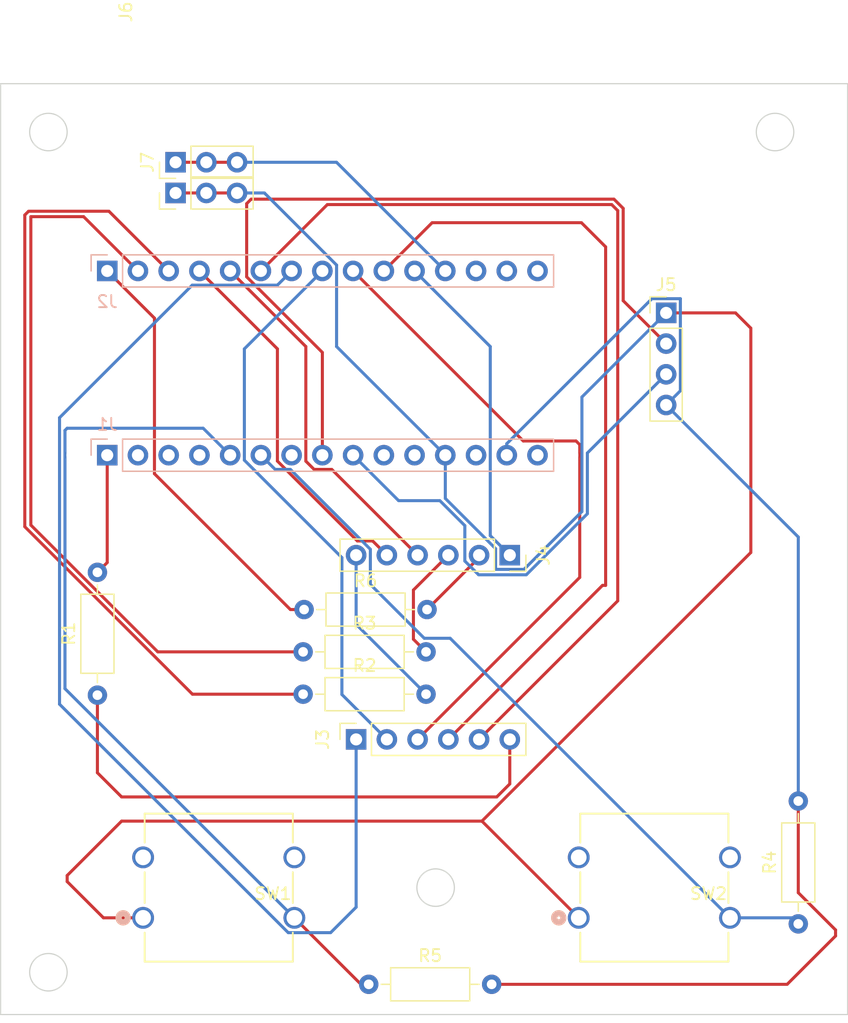
<source format=kicad_pcb>
(kicad_pcb (version 20240108) (generator "pcbnew") (generator_version "8.0")
  (title_block (date "sam. 04 avril 2015"))
  (layers (0 "F.Cu" signal) (31 "B.Cu" signal) (34 "B.Paste" user) (35 "F.Paste" user) (36 "B.SilkS" user "B.Silkscreen") (37 "F.SilkS" user "F.Silkscreen") (38 "B.Mask" user) (39 "F.Mask" user) (44 "Edge.Cuts" user))
  (net 0 "")
  (net 1 "GND")
  (net 2 "/~{RESET}")
  (net 3 "VCC")
  (net 4 "/*D9")
  (net 5 "/D8")
  (net 6 "/D7")
  (net 7 "/*D6")
  (net 8 "/*D5")
  (net 9 "/D4")
  (net 10 "+5V")
  (net 11 "/A3")
  (net 12 "/A2")
  (net 13 "/A1")
  (net 14 "/A0")
  (net 15 "/AREF")
  (net 16 "/D0{slash}RX")
  (net 17 "/D1{slash}TX")
  (net 18 "+3V3")
  (net 19 "/A7")
  (net 20 "/A6")
  (net 21 "/A5{slash}SCL")
  (net 22 "/A4{slash}SDA")
  (net 23 "/<NO NET>")
  (net 24 "/D2")
  (net 25 "/*D3")
  (net 26 "/*D10{slash}SS")
  (net 27 "/*D11{slash}MOSI")
  (net 28 "/D12{slash}MISO")
  (net 29 "Net-(J3-Pin_6)")
  (net 30 "Net-(J4-Pin_2)")
  (net 31 "Net-(J4-Pin_3)")
  (net 32 "Net-(J4-Pin_6)")
  (footprint "Resistor_THT:R_Axial_DIN0207_L6.3mm_D2.5mm_P10.16mm_Horizontal" (layer "F.Cu") (at 120.08 111.5)
    (property "Reference" "R6" (at 5.08 -2.37 0) (layer "F.SilkS"))
    (property "Value" "1K")
    (fp_line (start 1.04 0) (end 1.81 0) (stroke (width 0.12)) (layer "F.SilkS"))
    (fp_line (start 1.81 -1.37) (end 1.81 1.37) (stroke (width 0.12)) (layer "F.SilkS"))
    (fp_line (start 1.81 1.37) (end 8.35 1.37) (stroke (width 0.12)) (layer "F.SilkS"))
    (fp_line (start 8.35 -1.37) (end 1.81 -1.37) (stroke (width 0.12)) (layer "F.SilkS"))
    (fp_line (start 8.35 1.37) (end 8.35 -1.37) (stroke (width 0.12)) (layer "F.SilkS"))
    (fp_line (start 9.12 0) (end 8.35 0) (stroke (width 0.12)) (layer "F.SilkS"))
    (pad "1" thru_hole circle (at 0 0) (size 1.6 1.6) (drill 0.8) (layers "*.Cu" "*.Mask") (net 28 "/D12{slash}MISO"))
    (pad "2" thru_hole oval (at 10.16 0) (size 1.6 1.6) (drill 0.8) (layers "*.Cu" "*.Mask") (net 30 "Net-(J4-Pin_2)"))
  )
  (footprint "footprints:CLOCK BUTTON" (layer "F.Cu") (at 142.77625 137)
    (property "Reference" "SW2" (at 10.72375 -2 0) (layer "F.SilkS"))
    (property "Value" "TL1100F160Q6JBLK")
    (fp_circle (center -1.6494 0) (end -1.2684 0) (stroke (width 0.508)) (fill none) (layer "B.SilkS"))
    (fp_line (start 0.1286 -8.6214) (end 0.1286 -6.227723) (stroke (width 0.1524)) (layer "F.SilkS"))
    (fp_line (start 0.1286 -3.772277) (end 0.1286 -1.227723) (stroke (width 0.1524)) (layer "F.SilkS"))
    (fp_line (start 0.1286 1.227723) (end 0.1286 3.6214) (stroke (width 0.1524)) (layer "F.SilkS"))
    (fp_line (start 0.1286 3.6214) (end 12.3714 3.6214) (stroke (width 0.1524)) (layer "F.SilkS"))
    (fp_line (start 12.3714 -8.6214) (end 0.1286 -8.6214) (stroke (width 0.1524)) (layer "F.SilkS"))
    (fp_line (start 12.3714 -6.227723) (end 12.3714 -8.6214) (stroke (width 0.1524)) (layer "F.SilkS"))
    (fp_line (start 12.3714 -1.227723) (end 12.3714 -3.772277) (stroke (width 0.1524)) (layer "F.SilkS"))
    (fp_line (start 12.3714 3.6214) (end 12.3714 1.227723) (stroke (width 0.1524)) (layer "F.SilkS"))
    (fp_arc (start -1.385286 0.2746) (mid -2.0304 0) (end -1.385286 -0.2746) (stroke (width 0.508)) (layer "F.SilkS"))
    (pad "1" thru_hole circle (at 0 0) (size 1.8034 1.8034) (drill 1.2954) (layers "*.Cu" "*.Mask") (net 10 "+5V"))
    (pad "2" thru_hole circle (at 12.5 0) (size 1.8034 1.8034) (drill 1.2954) (layers "*.Cu" "*.Mask") (net 12 "/A2"))
    (pad "3" thru_hole circle (at 0 -5) (size 1.8034 1.8034) (drill 1.2954) (layers "*.Cu" "*.Mask"))
    (pad "4" thru_hole circle (at 12.5 -5) (size 1.8034 1.8034) (drill 1.2954) (layers "*.Cu" "*.Mask"))
  )
  (footprint "Connector_PinHeader_2.54mm:PinHeader_1x03_P2.54mm_Vertical" (layer "F.Cu") (at 109.46 74.5 90)
    (property "Reference" "J7" (at 0 -2.33 -90) (layer "F.SilkS"))
    (property "Value" "Conn_01x03_Pin")
    (fp_line (start -1.33 -1.33) (end 0 -1.33) (stroke (width 0.12)) (layer "F.SilkS"))
    (fp_line (start -1.33 0) (end -1.33 -1.33) (stroke (width 0.12)) (layer "F.SilkS"))
    (fp_line (start 1.33 1.27) (end 1.33 6.41) (stroke (width 0.12)) (layer "F.SilkS"))
    (fp_line (start -1.33 1.27) (end 1.33 1.27) (stroke (width 0.12)) (layer "F.SilkS"))
    (fp_line (start -1.33 1.27) (end -1.33 6.41) (stroke (width 0.12)) (layer "F.SilkS"))
    (fp_line (start -1.33 6.41) (end 1.33 6.41) (stroke (width 0.12)) (layer "F.SilkS"))
    (pad "1" thru_hole rect (at 0 0 90) (size 1.7 1.7) (drill 1) (layers "*.Cu" "*.Mask") (net 1 "GND"))
    (pad "2" thru_hole oval (at 0 2.54 90) (size 1.7 1.7) (drill 1) (layers "*.Cu" "*.Mask") (net 1 "GND"))
    (pad "3" thru_hole oval (at 0 5.08 90) (size 1.7 1.7) (drill 1) (layers "*.Cu" "*.Mask") (net 1 "GND"))
  )
  (footprint "Arduino_MountingHole:MountingHole_65mil" (layer "F.Cu") (at 101.27 83.49)
    (property "Reference" "MH2" (hide yes))
    (property "Value" "MountingHole_65mil" (hide yes))
    (pad "" np_thru_hole circle (at 0 0) (size 1.651 1.651) (drill 1.651) (layers "F&B.Cu" "*.Mask"))
  )
  (footprint "footprints:CLOCK BUTTON" (layer "F.Cu") (at 106.77625 137)
    (property "Reference" "SW1" (at 10.72375 -2 0) (layer "F.SilkS"))
    (property "Value" "TL1100F160Q6JBLK")
    (fp_circle (center -1.6494 0) (end -1.2684 0) (stroke (width 0.508)) (fill none) (layer "B.SilkS"))
    (fp_line (start 0.1286 -8.6214) (end 0.1286 -6.227723) (stroke (width 0.1524)) (layer "F.SilkS"))
    (fp_line (start 0.1286 -3.772277) (end 0.1286 -1.227723) (stroke (width 0.1524)) (layer "F.SilkS"))
    (fp_line (start 0.1286 1.227723) (end 0.1286 3.6214) (stroke (width 0.1524)) (layer "F.SilkS"))
    (fp_line (start 0.1286 3.6214) (end 12.3714 3.6214) (stroke (width 0.1524)) (layer "F.SilkS"))
    (fp_line (start 12.3714 -8.6214) (end 0.1286 -8.6214) (stroke (width 0.1524)) (layer "F.SilkS"))
    (fp_line (start 12.3714 -6.227723) (end 12.3714 -8.6214) (stroke (width 0.1524)) (layer "F.SilkS"))
    (fp_line (start 12.3714 -1.227723) (end 12.3714 -3.772277) (stroke (width 0.1524)) (layer "F.SilkS"))
    (fp_line (start 12.3714 3.6214) (end 12.3714 1.227723) (stroke (width 0.1524)) (layer "F.SilkS"))
    (fp_arc (start -1.385286 0.2746) (mid -2.0304 0) (end -1.385286 -0.2746) (stroke (width 0.508)) (layer "F.SilkS"))
    (pad "1" thru_hole circle (at 0 0) (size 1.8034 1.8034) (drill 1.2954) (layers "*.Cu" "*.Mask") (net 10 "+5V"))
    (pad "2" thru_hole circle (at 12.5 0) (size 1.8034 1.8034) (drill 1.2954) (layers "*.Cu" "*.Mask") (net 13 "/A1"))
    (pad "3" thru_hole circle (at 0 -5) (size 1.8034 1.8034) (drill 1.2954) (layers "*.Cu" "*.Mask"))
    (pad "4" thru_hole circle (at 12.5 -5) (size 1.8034 1.8034) (drill 1.2954) (layers "*.Cu" "*.Mask"))
  )
  (footprint "Resistor_THT:R_Axial_DIN0207_L6.3mm_D2.5mm_P10.16mm_Horizontal" (layer "F.Cu") (at 120 118.5)
    (property "Reference" "R2" (at 5.08 -2.37 0) (layer "F.SilkS"))
    (property "Value" "1K")
    (fp_line (start 1.04 0) (end 1.81 0) (stroke (width 0.12)) (layer "F.SilkS"))
    (fp_line (start 1.81 -1.37) (end 1.81 1.37) (stroke (width 0.12)) (layer "F.SilkS"))
    (fp_line (start 1.81 1.37) (end 8.35 1.37) (stroke (width 0.12)) (layer "F.SilkS"))
    (fp_line (start 8.35 -1.37) (end 1.81 -1.37) (stroke (width 0.12)) (layer "F.SilkS"))
    (fp_line (start 8.35 1.37) (end 8.35 -1.37) (stroke (width 0.12)) (layer "F.SilkS"))
    (fp_line (start 9.12 0) (end 8.35 0) (stroke (width 0.12)) (layer "F.SilkS"))
    (pad "1" thru_hole circle (at 0 0) (size 1.6 1.6) (drill 0.8) (layers "*.Cu" "*.Mask") (net 26 "/*D10{slash}SS"))
    (pad "2" thru_hole oval (at 10.16 0) (size 1.6 1.6) (drill 0.8) (layers "*.Cu" "*.Mask") (net 32 "Net-(J4-Pin_6)"))
  )
  (footprint "Connector_PinSocket_2.54mm:PinSocket_1x06_P2.54mm_Vertical" (layer "F.Cu") (at 137.08 107 -90)
    (property "Reference" "J4" (at 0 -2.77 90) (layer "F.SilkS"))
    (property "Value" "Top Pins")
    (fp_line (start -1.33 14.03) (end 1.33 14.03) (stroke (width 0.12)) (layer "F.SilkS"))
    (fp_line (start -1.33 1.27) (end -1.33 14.03) (stroke (width 0.12)) (layer "F.SilkS"))
    (fp_line (start -1.33 1.27) (end 1.33 1.27) (stroke (width 0.12)) (layer "F.SilkS"))
    (fp_line (start 1.33 1.27) (end 1.33 14.03) (stroke (width 0.12)) (layer "F.SilkS"))
    (fp_line (start 0 -1.33) (end 1.33 -1.33) (stroke (width 0.12)) (layer "F.SilkS"))
    (fp_line (start 1.33 -1.33) (end 1.33 0) (stroke (width 0.12)) (layer "F.SilkS"))
    (pad "1" thru_hole rect (at 0 0 270) (size 1.7 1.7) (drill 1) (layers "*.Cu" "*.Mask") (net 24 "/D2"))
    (pad "2" thru_hole oval (at 0 2.54 270) (size 1.7 1.7) (drill 1) (layers "*.Cu" "*.Mask") (net 30 "Net-(J4-Pin_2)"))
    (pad "3" thru_hole oval (at 0 5.08 270) (size 1.7 1.7) (drill 1) (layers "*.Cu" "*.Mask") (net 31 "Net-(J4-Pin_3)"))
    (pad "4" thru_hole oval (at 0 7.62 270) (size 1.7 1.7) (drill 1) (layers "*.Cu" "*.Mask") (net 5 "/D8"))
    (pad "5" thru_hole oval (at 0 10.16 270) (size 1.7 1.7) (drill 1) (layers "*.Cu" "*.Mask") (net 4 "/*D9"))
    (pad "6" thru_hole oval (at 0 12.7 270) (size 1.7 1.7) (drill 1) (layers "*.Cu" "*.Mask") (net 32 "Net-(J4-Pin_6)"))
  )
  (footprint "Resistor_THT:R_Axial_DIN0207_L6.3mm_D2.5mm_P10.16mm_Horizontal" (layer "F.Cu") (at 120 115)
    (property "Reference" "R3" (at 5.08 -2.37 0) (layer "F.SilkS"))
    (property "Value" "1K")
    (fp_line (start 1.04 0) (end 1.81 0) (stroke (width 0.12)) (layer "F.SilkS"))
    (fp_line (start 1.81 -1.37) (end 1.81 1.37) (stroke (width 0.12)) (layer "F.SilkS"))
    (fp_line (start 1.81 1.37) (end 8.35 1.37) (stroke (width 0.12)) (layer "F.SilkS"))
    (fp_line (start 8.35 -1.37) (end 1.81 -1.37) (stroke (width 0.12)) (layer "F.SilkS"))
    (fp_line (start 8.35 1.37) (end 8.35 -1.37) (stroke (width 0.12)) (layer "F.SilkS"))
    (fp_line (start 9.12 0) (end 8.35 0) (stroke (width 0.12)) (layer "F.SilkS"))
    (pad "1" thru_hole circle (at 0 0) (size 1.6 1.6) (drill 0.8) (layers "*.Cu" "*.Mask") (net 27 "/*D11{slash}MOSI"))
    (pad "2" thru_hole oval (at 10.16 0) (size 1.6 1.6) (drill 0.8) (layers "*.Cu" "*.Mask") (net 31 "Net-(J4-Pin_3)"))
  )
  (footprint "Arduino_MountingHole:MountingHole_65mil" (layer "F.Cu") (at 141.91 98.73)
    (property "Reference" "MH4" (hide yes))
    (property "Value" "MountingHole_65mil" (hide yes))
    (pad "" np_thru_hole circle (at 0 0) (size 1.651 1.651) (drill 1.651) (layers "F&B.Cu" "*.Mask"))
  )
  (footprint "Resistor_THT:R_Axial_DIN0207_L6.3mm_D2.5mm_P10.16mm_Horizontal" (layer "F.Cu") (at 125.42 142.5)
    (property "Reference" "R5" (at 5.08 -2.37 0) (layer "F.SilkS"))
    (property "Value" "220")
    (fp_line (start 1.04 0) (end 1.81 0) (stroke (width 0.12)) (layer "F.SilkS"))
    (fp_line (start 1.81 -1.37) (end 1.81 1.37) (stroke (width 0.12)) (layer "F.SilkS"))
    (fp_line (start 1.81 1.37) (end 8.35 1.37) (stroke (width 0.12)) (layer "F.SilkS"))
    (fp_line (start 8.35 -1.37) (end 1.81 -1.37) (stroke (width 0.12)) (layer "F.SilkS"))
    (fp_line (start 8.35 1.37) (end 8.35 -1.37) (stroke (width 0.12)) (layer "F.SilkS"))
    (fp_line (start 9.12 0) (end 8.35 0) (stroke (width 0.12)) (layer "F.SilkS"))
    (pad "1" thru_hole circle (at 0 0) (size 1.6 1.6) (drill 0.8) (layers "*.Cu" "*.Mask") (net 13 "/A1"))
    (pad "2" thru_hole oval (at 10.16 0) (size 1.6 1.6) (drill 0.8) (layers "*.Cu" "*.Mask") (net 1 "GND"))
  )
  (footprint "Arduino_MountingHole:MountingHole_65mil" (layer "F.Cu") (at 101.27 98.73)
    (property "Reference" "MH1" (hide yes))
    (property "Value" "MountingHole_65mil" (hide yes))
    (pad "" np_thru_hole circle (at 0 0) (size 1.651 1.651) (drill 1.651) (layers "F&B.Cu" "*.Mask"))
  )
  (footprint "Connector_PinHeader_2.54mm:PinHeader_1x03_P2.54mm_Vertical" (layer "F.Cu") (at 109.46 77.04 90)
    (property "Reference" "J6" (at 14.98 -4.11 -90) (layer "F.SilkS"))
    (property "Value" "Conn_01x03_Pin")
    (fp_line (start -1.33 -1.33) (end 0 -1.33) (stroke (width 0.12)) (layer "F.SilkS"))
    (fp_line (start -1.33 0) (end -1.33 -1.33) (stroke (width 0.12)) (layer "F.SilkS"))
    (fp_line (start 1.33 1.27) (end 1.33 6.41) (stroke (width 0.12)) (layer "F.SilkS"))
    (fp_line (start -1.33 1.27) (end 1.33 1.27) (stroke (width 0.12)) (layer "F.SilkS"))
    (fp_line (start -1.33 1.27) (end -1.33 6.41) (stroke (width 0.12)) (layer "F.SilkS"))
    (fp_line (start -1.33 6.41) (end 1.33 6.41) (stroke (width 0.12)) (layer "F.SilkS"))
    (pad "1" thru_hole rect (at 0 0 90) (size 1.7 1.7) (drill 1) (layers "*.Cu" "*.Mask") (net 10 "+5V"))
    (pad "2" thru_hole oval (at 0 2.54 90) (size 1.7 1.7) (drill 1) (layers "*.Cu" "*.Mask") (net 10 "+5V"))
    (pad "3" thru_hole oval (at 0 5.08 90) (size 1.7 1.7) (drill 1) (layers "*.Cu" "*.Mask") (net 10 "+5V"))
  )
  (footprint "Resistor_THT:R_Axial_DIN0207_L6.3mm_D2.5mm_P10.16mm_Horizontal" (layer "F.Cu") (at 160.92 137.5 90)
    (property "Reference" "R4" (at 5.08 -2.37 -90) (layer "F.SilkS"))
    (property "Value" "220")
    (fp_line (start 8.35 -1.37) (end 1.81 -1.37) (stroke (width 0.12)) (layer "F.SilkS"))
    (fp_line (start 1.81 -1.37) (end 1.81 1.37) (stroke (width 0.12)) (layer "F.SilkS"))
    (fp_line (start 9.12 0) (end 8.35 0) (stroke (width 0.12)) (layer "F.SilkS"))
    (fp_line (start 1.04 0) (end 1.81 0) (stroke (width 0.12)) (layer "F.SilkS"))
    (fp_line (start 8.35 1.37) (end 8.35 -1.37) (stroke (width 0.12)) (layer "F.SilkS"))
    (fp_line (start 1.81 1.37) (end 8.35 1.37) (stroke (width 0.12)) (layer "F.SilkS"))
    (pad "1" thru_hole circle (at 0 0 90) (size 1.6 1.6) (drill 0.8) (layers "*.Cu" "*.Mask") (net 12 "/A2"))
    (pad "2" thru_hole oval (at 10.16 0 90) (size 1.6 1.6) (drill 0.8) (layers "*.Cu" "*.Mask") (net 1 "GND"))
  )
  (footprint "Arduino_MountingHole:MountingHole_65mil" (layer "F.Cu") (at 141.91 83.49)
    (property "Reference" "MH3" (hide yes))
    (property "Value" "MountingHole_65mil" (hide yes))
    (pad "" np_thru_hole circle (at 0 0) (size 1.651 1.651) (drill 1.651) (layers "F&B.Cu" "*.Mask"))
  )
  (footprint "Connector_PinHeader_2.54mm:PinHeader_1x04_P2.54mm_Vertical" (layer "F.Cu") (at 150 86.96)
    (property "Reference" "J5" (at 0 -2.33 0) (layer "F.SilkS"))
    (property "Value" "Conn_01x04_Pin")
    (fp_line (start -1.33 -1.33) (end 0 -1.33) (stroke (width 0.12)) (layer "F.SilkS"))
    (fp_line (start -1.33 0) (end -1.33 -1.33) (stroke (width 0.12)) (layer "F.SilkS"))
    (fp_line (start -1.33 1.27) (end -1.33 8.95) (stroke (width 0.12)) (layer "F.SilkS"))
    (fp_line (start -1.33 1.27) (end 1.33 1.27) (stroke (width 0.12)) (layer "F.SilkS"))
    (fp_line (start -1.33 8.95) (end 1.33 8.95) (stroke (width 0.12)) (layer "F.SilkS"))
    (fp_line (start 1.33 1.27) (end 1.33 8.95) (stroke (width 0.12)) (layer "F.SilkS"))
    (pad "1" thru_hole rect (at 0 0) (size 1.7 1.7) (drill 1) (layers "*.Cu" "*.Mask") (net 10 "+5V"))
    (pad "2" thru_hole oval (at 0 2.54) (size 1.7 1.7) (drill 1) (layers "*.Cu" "*.Mask") (net 22 "/A4{slash}SDA"))
    (pad "3" thru_hole oval (at 0 5.08) (size 1.7 1.7) (drill 1) (layers "*.Cu" "*.Mask") (net 21 "/A5{slash}SCL"))
    (pad "4" thru_hole oval (at 0 7.62) (size 1.7 1.7) (drill 1) (layers "*.Cu" "*.Mask") (net 1 "GND"))
  )
  (footprint "Resistor_THT:R_Axial_DIN0207_L6.3mm_D2.5mm_P10.16mm_Horizontal" (layer "F.Cu") (at 103 118.58 90)
    (property "Reference" "R1" (at 5.08 -2.37 -90) (layer "F.SilkS"))
    (property "Value" "1K")
    (fp_line (start 8.35 -1.37) (end 1.81 -1.37) (stroke (width 0.12)) (layer "F.SilkS"))
    (fp_line (start 1.81 -1.37) (end 1.81 1.37) (stroke (width 0.12)) (layer "F.SilkS"))
    (fp_line (start 9.12 0) (end 8.35 0) (stroke (width 0.12)) (layer "F.SilkS"))
    (fp_line (start 1.04 0) (end 1.81 0) (stroke (width 0.12)) (layer "F.SilkS"))
    (fp_line (start 8.35 1.37) (end 8.35 -1.37) (stroke (width 0.12)) (layer "F.SilkS"))
    (fp_line (start 1.81 1.37) (end 8.35 1.37) (stroke (width 0.12)) (layer "F.SilkS"))
    (pad "1" thru_hole circle (at 0 0 90) (size 1.6 1.6) (drill 0.8) (layers "*.Cu" "*.Mask") (net 29 "Net-(J3-Pin_6)"))
    (pad "2" thru_hole oval (at 10.16 0 90) (size 1.6 1.6) (drill 0.8) (layers "*.Cu" "*.Mask") (net 23 "/<NO NET>"))
  )
  (footprint "Connector_PinSocket_2.54mm:PinSocket_1x06_P2.54mm_Vertical" (layer "F.Cu") (at 124.38 122.24 90)
    (property "Reference" "J3" (at 0 -2.77 -90) (layer "F.SilkS"))
    (property "Value" "Bottom Pins")
    (fp_line (start 1.33 -1.33) (end 1.33 0) (stroke (width 0.12)) (layer "F.SilkS"))
    (fp_line (start 0 -1.33) (end 1.33 -1.33) (stroke (width 0.12)) (layer "F.SilkS"))
    (fp_line (start 1.33 1.27) (end 1.33 14.03) (stroke (width 0.12)) (layer "F.SilkS"))
    (fp_line (start -1.33 1.27) (end 1.33 1.27) (stroke (width 0.12)) (layer "F.SilkS"))
    (fp_line (start -1.33 1.27) (end -1.33 14.03) (stroke (width 0.12)) (layer "F.SilkS"))
    (fp_line (start -1.33 14.03) (end 1.33 14.03) (stroke (width 0.12)) (layer "F.SilkS"))
    (pad "1" thru_hole rect (at 0 0 90) (size 1.7 1.7) (drill 1) (layers "*.Cu" "*.Mask") (net 7 "/*D6"))
    (pad "2" thru_hole oval (at 0 2.54 90) (size 1.7 1.7) (drill 1) (layers "*.Cu" "*.Mask") (net 8 "/*D5"))
    (pad "3" thru_hole oval (at 0 5.08 90) (size 1.7 1.7) (drill 1) (layers "*.Cu" "*.Mask") (net 9 "/D4"))
    (pad "4" thru_hole oval (at 0 7.62 90) (size 1.7 1.7) (drill 1) (layers "*.Cu" "*.Mask") (net 25 "/*D3"))
    (pad "5" thru_hole oval (at 0 10.16 90) (size 1.7 1.7) (drill 1) (layers "*.Cu" "*.Mask") (net 6 "/D7"))
    (pad "6" thru_hole oval (at 0 12.7 90) (size 1.7 1.7) (drill 1) (layers "*.Cu" "*.Mask") (net 29 "Net-(J3-Pin_6)"))
  )
  (footprint "Connector_PinHeader_2.54mm:PinHeader_1x15_P2.54mm_Vertical" (layer "B.Cu") (at 103.81 98.73 -90)
    (property "Reference" "J1" (at -2.54 0 180) (layer "B.SilkS") (effects (justify mirror)))
    (property "Value" "Analog")
    (fp_line (start -1.33 1.33) (end 0 1.33) (stroke (width 0.12)) (layer "B.SilkS"))
    (fp_line (start -1.33 0) (end -1.33 1.33) (stroke (width 0.12)) (layer "B.SilkS"))
    (fp_line (start -1.33 -1.27) (end 1.33 -1.27) (stroke (width 0.12)) (layer "B.SilkS"))
    (fp_line (start -1.33 -1.27) (end -1.33 -36.89) (stroke (width 0.12)) (layer "B.SilkS"))
    (fp_line (start 1.33 -1.27) (end 1.33 -36.89) (stroke (width 0.12)) (layer "B.SilkS"))
    (fp_line (start -1.33 -36.89) (end 1.33 -36.89) (stroke (width 0.12)) (layer "B.SilkS"))
    (pad "1" thru_hole rect (at 0 0 270) (size 1.7 1.7) (drill 1) (layers "*.Cu" "*.Mask") (net 23 "/<NO NET>"))
    (pad "2" thru_hole oval (at 0 -2.54 270) (size 1.7 1.7) (drill 1) (layers "*.Cu" "*.Mask") (net 18 "+3V3"))
    (pad "3" thru_hole oval (at 0 -5.08 270) (size 1.7 1.7) (drill 1) (layers "*.Cu" "*.Mask") (net 15 "/AREF"))
    (pad "4" thru_hole oval (at 0 -7.62 270) (size 1.7 1.7) (drill 1) (layers "*.Cu" "*.Mask") (net 14 "/A0"))
    (pad "5" thru_hole oval (at 0 -10.16 270) (size 1.7 1.7) (drill 1) (layers "*.Cu" "*.Mask") (net 13 "/A1"))
    (pad "6" thru_hole oval (at 0 -12.7 270) (size 1.7 1.7) (drill 1) (layers "*.Cu" "*.Mask") (net 12 "/A2"))
    (pad "7" thru_hole oval (at 0 -15.24 270) (size 1.7 1.7) (drill 1) (layers "*.Cu" "*.Mask") (net 11 "/A3"))
    (pad "8" thru_hole oval (at 0 -17.78 270) (size 1.7 1.7) (drill 1) (layers "*.Cu" "*.Mask") (net 22 "/A4{slash}SDA"))
    (pad "9" thru_hole oval (at 0 -20.32 270) (size 1.7 1.7) (drill 1) (layers "*.Cu" "*.Mask") (net 21 "/A5{slash}SCL"))
    (pad "10" thru_hole oval (at 0 -22.86 270) (size 1.7 1.7) (drill 1) (layers "*.Cu" "*.Mask") (net 20 "/A6"))
    (pad "11" thru_hole oval (at 0 -25.4 270) (size 1.7 1.7) (drill 1) (layers "*.Cu" "*.Mask") (net 19 "/A7"))
    (pad "12" thru_hole oval (at 0 -27.94 270) (size 1.7 1.7) (drill 1) (layers "*.Cu" "*.Mask") (net 10 "+5V"))
    (pad "13" thru_hole oval (at 0 -30.48 270) (size 1.7 1.7) (drill 1) (layers "*.Cu" "*.Mask") (net 2 "/~{RESET}"))
    (pad "14" thru_hole oval (at 0 -33.02 270) (size 1.7 1.7) (drill 1) (layers "*.Cu" "*.Mask") (net 1 "GND"))
    (pad "15" thru_hole oval (at 0 -35.56 270) (size 1.7 1.7) (drill 1) (layers "*.Cu" "*.Mask") (net 3 "VCC"))
  )
  (footprint "Connector_PinHeader_2.54mm:PinHeader_1x15_P2.54mm_Vertical" (layer "B.Cu") (at 103.81 83.49 -90)
    (property "Reference" "J2" (at 2.54 0 180) (layer "B.SilkS") (effects (justify mirror)))
    (property "Value" "Digital")
    (fp_line (start -1.33 1.33) (end 0 1.33) (stroke (width 0.12)) (layer "B.SilkS"))
    (fp_line (start -1.33 0) (end -1.33 1.33) (stroke (width 0.12)) (layer "B.SilkS"))
    (fp_line (start -1.33 -1.27) (end 1.33 -1.27) (stroke (width 0.12)) (layer "B.SilkS"))
    (fp_line (start -1.33 -1.27) (end -1.33 -36.89) (stroke (width 0.12)) (layer "B.SilkS"))
    (fp_line (start 1.33 -1.27) (end 1.33 -36.89) (stroke (width 0.12)) (layer "B.SilkS"))
    (fp_line (start -1.33 -36.89) (end 1.33 -36.89) (stroke (width 0.12)) (layer "B.SilkS"))
    (pad "1" thru_hole rect (at 0 0 270) (size 1.7 1.7) (drill 1) (layers "*.Cu" "*.Mask") (net 28 "/D12{slash}MISO"))
    (pad "2" thru_hole oval (at 0 -2.54 270) (size 1.7 1.7) (drill 1) (layers "*.Cu" "*.Mask") (net 27 "/*D11{slash}MOSI"))
    (pad "3" thru_hole oval (at 0 -5.08 270) (size 1.7 1.7) (drill 1) (layers "*.Cu" "*.Mask") (net 26 "/*D10{slash}SS"))
    (pad "4" thru_hole oval (at 0 -7.62 270) (size 1.7 1.7) (drill 1) (layers "*.Cu" "*.Mask") (net 4 "/*D9"))
    (pad "5" thru_hole oval (at 0 -10.16 270) (size 1.7 1.7) (drill 1) (layers "*.Cu" "*.Mask") (net 5 "/D8"))
    (pad "6" thru_hole oval (at 0 -12.7 270) (size 1.7 1.7) (drill 1) (layers "*.Cu" "*.Mask") (net 6 "/D7"))
    (pad "7" thru_hole oval (at 0 -15.24 270) (size 1.7 1.7) (drill 1) (layers "*.Cu" "*.Mask") (net 7 "/*D6"))
    (pad "8" thru_hole oval (at 0 -17.78 270) (size 1.7 1.7) (drill 1) (layers "*.Cu" "*.Mask") (net 8 "/*D5"))
    (pad "9" thru_hole oval (at 0 -20.32 270) (size 1.7 1.7) (drill 1) (layers "*.Cu" "*.Mask") (net 9 "/D4"))
    (pad "10" thru_hole oval (at 0 -22.86 270) (size 1.7 1.7) (drill 1) (layers "*.Cu" "*.Mask") (net 25 "/*D3"))
    (pad "11" thru_hole oval (at 0 -25.4 270) (size 1.7 1.7) (drill 1) (layers "*.Cu" "*.Mask") (net 24 "/D2"))
    (pad "12" thru_hole oval (at 0 -27.94 270) (size 1.7 1.7) (drill 1) (layers "*.Cu" "*.Mask") (net 1 "GND"))
    (pad "13" thru_hole oval (at 0 -30.48 270) (size 1.7 1.7) (drill 1) (layers "*.Cu" "*.Mask") (net 2 "/~{RESET}"))
    (pad "14" thru_hole oval (at 0 -33.02 270) (size 1.7 1.7) (drill 1) (layers "*.Cu" "*.Mask") (net 16 "/D0{slash}RX"))
    (pad "15" thru_hole oval (at 0 -35.56 270) (size 1.7 1.7) (drill 1) (layers "*.Cu" "*.Mask") (net 17 "/D1{slash}TX"))
  )
  (gr_circle (center 159 72) (end 160.55 72) (stroke (width 0.1)) (fill none) (layer "Edge.Cuts"))
  (gr_circle (center 98.95 141.5) (end 100.5 141.5) (stroke (width 0.1)) (fill none) (layer "Edge.Cuts"))
  (gr_circle (center 98.95 72) (end 100.5 72) (stroke (width 0.1)) (fill none) (layer "Edge.Cuts"))
  (gr_rect (start 95 68) (end 165 145) (stroke (width 0.1)) (fill none) (layer "Edge.Cuts"))
  (gr_circle (center 130.95 134.5) (end 132.5 134.5) (stroke (width 0.1)) (fill none) (layer "Edge.Cuts"))
  (segment (start 114.54 74.5) (end 112 74.5) (width 0.25) (layer "F.Cu") (net 1))
  (segment (start 160.92 134.92) (end 160.92 127.34) (width 0.25) (layer "F.Cu") (net 1))
  (segment (start 109.46 74.5) (end 112 74.5) (width 0.25) (layer "F.Cu") (net 1))
  (segment (start 164 138) (end 160.92 134.92) (width 0.25) (layer "F.Cu") (net 1))
  (segment (start 164 138.5) (end 164 138) (width 0.25) (layer "F.Cu") (net 1))
  (segment (start 160 142.5) (end 164 138.5) (width 0.25) (layer "F.Cu") (net 1))
  (segment (start 135.58 142.5) (end 160 142.5) (width 0.25) (layer "F.Cu") (net 1))
  (segment (start 160.92 105.5) (end 150 94.58) (width 0.25) (layer "B.Cu") (net 1))
  (segment (start 122.76 74.5) (end 114.54 74.5) (width 0.25) (layer "B.Cu") (net 1))
  (segment (start 136.83 98.73) (end 136.83 97.78) (width 0.25) (layer "B.Cu") (net 1))
  (segment (start 148.825 85.785) (end 151.175 85.785) (width 0.25) (layer "B.Cu") (net 1))
  (segment (start 151.175 85.785) (end 151.175 93.405) (width 0.25) (layer "B.Cu") (net 1))
  (segment (start 136.83 97.78) (end 148.825 85.785) (width 0.25) (layer "B.Cu") (net 1))
  (segment (start 131.75 83.49) (end 122.76 74.5) (width 0.25) (layer "B.Cu") (net 1))
  (segment (start 151.175 93.405) (end 150 94.58) (width 0.25) (layer "B.Cu") (net 1))
  (segment (start 160.92 127.34) (end 160.92 105.5) (width 0.25) (layer "B.Cu") (net 1))
  (segment (start 117.875 89.935) (end 117.875 99.216701) (width 0.25) (layer "F.Cu") (net 4))
  (segment (start 111.43 83.49) (end 117.875 89.935) (width 0.25) (layer "F.Cu") (net 4))
  (segment (start 125.745 105.825) (end 126.92 107) (width 0.25) (layer "F.Cu") (net 4))
  (segment (start 124.483299 105.825) (end 125.745 105.825) (width 0.25) (layer "F.Cu") (net 4))
  (segment (start 117.875 99.216701) (end 124.483299 105.825) (width 0.25) (layer "F.Cu") (net 4))
  (segment (start 120.225 89.745) (end 113.97 83.49) (width 0.25) (layer "F.Cu") (net 5))
  (segment (start 120.905 99.905) (end 120.225 99.225) (width 0.25) (layer "F.Cu") (net 5))
  (segment (start 120.225 99.225) (end 120.225 89.745) (width 0.25) (layer "F.Cu") (net 5))
  (segment (start 129.46 107) (end 122.365 99.905) (width 0.25) (layer "F.Cu") (net 5))
  (segment (start 122.365 99.905) (end 120.905 99.905) (width 0.25) (layer "F.Cu") (net 5))
  (segment (start 146 78.5) (end 146 110.78) (width 0.25) (layer "F.Cu") (net 6))
  (segment (start 116.51 83.49) (end 122 78) (width 0.25) (layer "F.Cu") (net 6))
  (segment (start 146 110.78) (end 134.54 122.24) (width 0.25) (layer "F.Cu") (net 6))
  (segment (start 145.5 78) (end 146 78.5) (width 0.25) (layer "F.Cu") (net 6))
  (segment (start 122 78) (end 145.5 78) (width 0.25) (layer "F.Cu") (net 6))
  (segment (start 99.8695 95.6305) (end 99.8695 119.328066) (width 0.25) (layer "B.Cu") (net 7))
  (segment (start 122.2733 138.2267) (end 124.38 136.12) (width 0.25) (layer "B.Cu") (net 7))
  (segment (start 99.8695 119.328066) (end 118.768134 138.2267) (width 0.25) (layer "B.Cu") (net 7))
  (segment (start 119.05 83.49) (end 117.875 84.665) (width 0.25) (layer "B.Cu") (net 7))
  (segment (start 118.768134 138.2267) (end 122.2733 138.2267) (width 0.25) (layer "B.Cu") (net 7))
  (segment (start 124.38 136.12) (end 124.38 122.24) (width 0.25) (layer "B.Cu") (net 7))
  (segment (start 117.875 84.665) (end 110.835 84.665) (width 0.25) (layer "B.Cu") (net 7))
  (segment (start 110.835 84.665) (end 99.8695 95.6305) (width 0.25) (layer "B.Cu") (net 7))
  (segment (start 115.145 89.935) (end 121.59 83.49) (width 0.25) (layer "B.Cu") (net 8))
  (segment (start 115.145 99.145) (end 115.145 89.935) (width 0.25) (layer "B.Cu") (net 8))
  (segment (start 126.92 122.24) (end 123.205 118.525) (width 0.25) (layer "B.Cu") (net 8))
  (segment (start 123.205 107.205) (end 115.145 99.145) (width 0.25) (layer "B.Cu") (net 8))
  (segment (start 123.205 118.525) (end 123.205 107.205) (width 0.25) (layer "B.Cu") (net 8))
  (segment (start 142.555 97.555) (end 142.8605 97.8605) (width 0.25) (layer "F.Cu") (net 9))
  (segment (start 138.195 97.555) (end 142.555 97.555) (width 0.25) (layer "F.Cu") (net 9))
  (segment (start 142.8605 97.8605) (end 142.8605 108.8395) (width 0.25) (layer "F.Cu") (net 9))
  (segment (start 142.8605 108.8395) (end 129.46 122.24) (width 0.25) (layer "F.Cu") (net 9))
  (segment (start 124.13 83.49) (end 138.195 97.555) (width 0.25) (layer "F.Cu") (net 9))
  (segment (start 103.5 137) (end 100.5 134) (width 0.25) (layer "F.Cu") (net 10))
  (segment (start 114.54 77.04) (end 112 77.04) (width 0.25) (layer "F.Cu") (net 10))
  (segment (start 105 129) (end 134.77625 129) (width 0.25) (layer "F.Cu") (net 10))
  (segment (start 155.732792 86.96) (end 150 86.96) (width 0.25) (layer "F.Cu") (net 10))
  (segment (start 134.77625 129) (end 142.77625 137) (width 0.25) (layer "F.Cu") (net 10))
  (segment (start 157 106.77625) (end 157 88.227208) (width 0.25) (layer "F.Cu") (net 10))
  (segment (start 134.77625 129) (end 157 106.77625) (width 0.25) (layer "F.Cu") (net 10))
  (segment (start 106.77625 137) (end 103.5 137) (width 0.25) (layer "F.Cu") (net 10))
  (segment (start 109.46 77.04) (end 112 77.04) (width 0.25) (layer "F.Cu") (net 10))
  (segment (start 100.5 133.5) (end 105 129) (width 0.25) (layer "F.Cu") (net 10))
  (segment (start 157 88.227208) (end 155.732792 86.96) (width 0.25) (layer "F.Cu") (net 10))
  (segment (start 100.5 134) (end 100.5 133.5) (width 0.25) (layer "F.Cu") (net 10))
  (segment (start 131.75 102.306396) (end 131.75 98.73) (width 0.25) (layer "B.Cu") (net 10))
  (segment (start 143.04 103.39) (end 138.255 108.175) (width 0.25) (layer "B.Cu") (net 10))
  (segment (start 135.905 106.461396) (end 131.75 102.306396) (width 0.25) (layer "B.Cu") (net 10))
  (segment (start 122.765 83.003299) (end 116.801701 77.04) (width 0.25) (layer "B.Cu") (net 10))
  (segment (start 131.75 98.73) (end 122.765 89.745) (width 0.25) (layer "B.Cu") (net 10))
  (segment (start 143.04 93.92) (end 143.04 103.39) (width 0.25) (layer "B.Cu") (net 10))
  (segment (start 150 86.96) (end 143.04 93.92) (width 0.25) (layer "B.Cu") (net 10))
  (segment (start 122.765 89.745) (end 122.765 83.003299) (width 0.25) (layer "B.Cu") (net 10))
  (segment (start 135.905 108.175) (end 135.905 106.461396) (width 0.25) (layer "B.Cu") (net 10))
  (segment (start 116.801701 77.04) (end 114.54 77.04) (width 0.25) (layer "B.Cu") (net 10))
  (segment (start 138.255 108.175) (end 135.905 108.175) (width 0.25) (layer "B.Cu") (net 10))
  (segment (start 117.685 99.905) (end 116.51 98.73) (width 0.25) (layer "B.Cu") (net 12))
  (segment (start 125.555 106.513299) (end 118.946701 99.905) (width 0.25) (layer "B.Cu") (net 12))
  (segment (start 118.946701 99.905) (end 117.685 99.905) (width 0.25) (layer "B.Cu") (net 12))
  (segment (start 155.27625 137) (end 132.15125 113.875) (width 0.25) (layer "B.Cu") (net 12))
  (segment (start 125.555 109.418604) (end 125.555 106.513299) (width 0.25) (layer "B.Cu") (net 12))
  (segment (start 132.15125 113.875) (end 130.011396 113.875) (width 0.25) (layer "B.Cu") (net 12))
  (segment (start 155.27625 137) (end 160.42 137) (width 0.25) (layer "B.Cu") (net 12))
  (segment (start 130.011396 113.875) (end 125.555 109.418604) (width 0.25) (layer "B.Cu") (net 12))
  (segment (start 160.42 137) (end 160.92 137.5) (width 0.25) (layer "B.Cu") (net 12))
  (segment (start 124.77625 142.5) (end 125.42 142.5) (width 0.25) (layer "F.Cu") (net 13))
  (segment (start 119.27625 137) (end 124.77625 142.5) (width 0.25) (layer "F.Cu") (net 13))
  (segment (start 100.5 96.5) (end 111.74 96.5) (width 0.25) (layer "B.Cu") (net 13))
  (segment (start 119.27625 137) (end 100.3195 118.04325) (width 0.25) (layer "B.Cu") (net 13))
  (segment (start 100.3195 118.04325) (end 100.3195 96.6805) (width 0.25) (layer "B.Cu") (net 13))
  (segment (start 100.3195 96.6805) (end 100.5 96.5) (width 0.25) (layer "B.Cu") (net 13))
  (segment (start 111.74 96.5) (end 113.97 98.73) (width 0.25) (layer "B.Cu") (net 13))
  (segment (start 133.365 107.486701) (end 133.365 104.557792) (width 0.25) (layer "B.Cu") (net 21))
  (segment (start 150 92.04) (end 143.49 98.55) (width 0.25) (layer "B.Cu") (net 21))
  (segment (start 134.503299 108.625) (end 133.365 107.486701) (width 0.25) (layer "B.Cu") (net 21))
  (segment (start 133.365 104.557792) (end 131.3 102.492792) (width 0.25) (layer "B.Cu") (net 21))
  (segment (start 138.441396 108.625) (end 134.503299 108.625) (width 0.25) (layer "B.Cu") (net 21))
  (segment (start 127.892792 102.492792) (end 124.13 98.73) (width 0.25) (layer "B.Cu") (net 21))
  (segment (start 143.49 103.576396) (end 138.441396 108.625) (width 0.25) (layer "B.Cu") (net 21))
  (segment (start 143.49 98.55) (end 143.49 103.576396) (width 0.25) (layer "B.Cu") (net 21))
  (segment (start 131.3 102.492792) (end 127.892792 102.492792) (width 0.25) (layer "B.Cu") (net 21))
  (segment (start 121.59 90.231701) (end 121.59 98.73) (width 0.25) (layer "F.Cu") (net 22))
  (segment (start 115.335 83.976701) (end 121.59 90.231701) (width 0.25) (layer "F.Cu") (net 22))
  (segment (start 146.45 85.95) (end 146.45 78.313604) (width 0.25) (layer "F.Cu") (net 22))
  (segment (start 115.335 77.923299) (end 115.335 83.976701) (width 0.25) (layer "F.Cu") (net 22))
  (segment (start 115.708299 77.55) (end 115.335 77.923299) (width 0.25) (layer "F.Cu") (net 22))
  (segment (start 145.686396 77.55) (end 115.708299 77.55) (width 0.25) (layer "F.Cu") (net 22))
  (segment (start 146.45 78.313604) (end 145.686396 77.55) (width 0.25) (layer "F.Cu") (net 22))
  (segment (start 150 89.5) (end 146.45 85.95) (width 0.25) (layer "F.Cu") (net 22))
  (segment (start 103.81 98.73) (end 103.81 107.61) (width 0.25) (layer "F.Cu") (net 23))
  (segment (start 103.81 107.61) (end 103 108.42) (width 0.25) (layer "F.Cu") (net 23))
  (segment (start 135.465 89.745) (end 135.465 105.385) (width 0.25) (layer "B.Cu") (net 24))
  (segment (start 135.465 105.385) (end 137.08 107) (width 0.25) (layer "B.Cu") (net 24))
  (segment (start 129.21 83.49) (end 135.465 89.745) (width 0.25) (layer "B.Cu") (net 24))
  (segment (start 132 122.24) (end 144.74 109.5) (width 0.25) (layer "F.Cu") (net 25))
  (segment (start 130.66 79.5) (end 126.67 83.49) (width 0.25) (layer "F.Cu") (net 25))
  (segment (start 144.74 109.5) (end 145 109.5) (width 0.25) (layer "F.Cu") (net 25))
  (segment (start 145 81.5) (end 143 79.5) (width 0.25) (layer "F.Cu") (net 25))
  (segment (start 143 79.5) (end 130.66 79.5) (width 0.25) (layer "F.Cu") (net 25))
  (segment (start 145 109.5) (end 145 81.5) (width 0.25) (layer "F.Cu") (net 25))
  (segment (start 97.313604 78.55) (end 97 78.863604) (width 0.25) (layer "F.Cu") (net 26))
  (segment (start 97 78.863604) (end 97 104.647387) (width 0.25) (layer "F.Cu") (net 26))
  (segment (start 103.95 78.55) (end 97.313604 78.55) (width 0.25) (layer "F.Cu") (net 26))
  (segment (start 110.852613 118.5) (end 120 118.5) (width 0.25) (layer "F.Cu") (net 26))
  (segment (start 97 104.647387) (end 110.852613 118.5) (width 0.25) (layer "F.Cu") (net 26))
  (segment (start 108.89 83.49) (end 103.95 78.55) (width 0.25) (layer "F.Cu") (net 26))
  (segment (start 107.989009 115) (end 97.5 104.510991) (width 0.25) (layer "F.Cu") (net 27))
  (segment (start 97.5 104.510991) (end 97.5 79) (width 0.25) (layer "F.Cu") (net 27))
  (segment (start 101.86 79) (end 106.35 83.49) (width 0.25) (layer "F.Cu") (net 27))
  (segment (start 120 115) (end 107.989009 115) (width 0.25) (layer "F.Cu") (net 27))
  (segment (start 97.5 79) (end 101.86 79) (width 0.25) (layer "F.Cu") (net 27))
  (segment (start 120.08 111.5) (end 118.94863 111.5) (width 0.25) (layer "F.Cu") (net 28))
  (segment (start 118.94863 111.5) (end 107.715 100.26637) (width 0.25) (layer "F.Cu") (net 28))
  (segment (start 107.715 100.26637) (end 107.715 87.395) (width 0.25) (layer "F.Cu") (net 28))
  (segment (start 107.715 87.395) (end 103.81 83.49) (width 0.25) (layer "F.Cu") (net 28))
  (segment (start 137.08 125.92) (end 137.08 122.24) (width 0.25) (layer "F.Cu") (net 29))
  (segment (start 103 118.58) (end 103 125) (width 0.25) (layer "F.Cu") (net 29))
  (segment (start 136 127) (end 137.08 125.92) (width 0.25) (layer "F.Cu") (net 29))
  (segment (start 103 125) (end 105 127) (width 0.25) (layer "F.Cu") (net 29))
  (segment (start 105 127) (end 136 127) (width 0.25) (layer "F.Cu") (net 29))
  (segment (start 130.24 111.5) (end 134.54 107.2) (width 0.25) (layer "F.Cu") (net 30))
  (segment (start 134.54 107.2) (end 134.54 107) (width 0.25) (layer "F.Cu") (net 30))
  (segment (start 129.115 113.955) (end 129.115 109.885) (width 0.25) (layer "F.Cu") (net 31))
  (segment (start 129.115 109.885) (end 132 107) (width 0.25) (layer "F.Cu") (net 31))
  (segment (start 130.16 115) (end 129.115 113.955) (width 0.25) (layer "F.Cu") (net 31))
  (segment (start 124.38 112.72) (end 124.38 107) (width 0.25) (layer "B.Cu") (net 32))
  (segment (start 130.16 118.5) (end 124.38 112.72) (width 0.25) (layer "B.Cu") (net 32))
)
</source>
